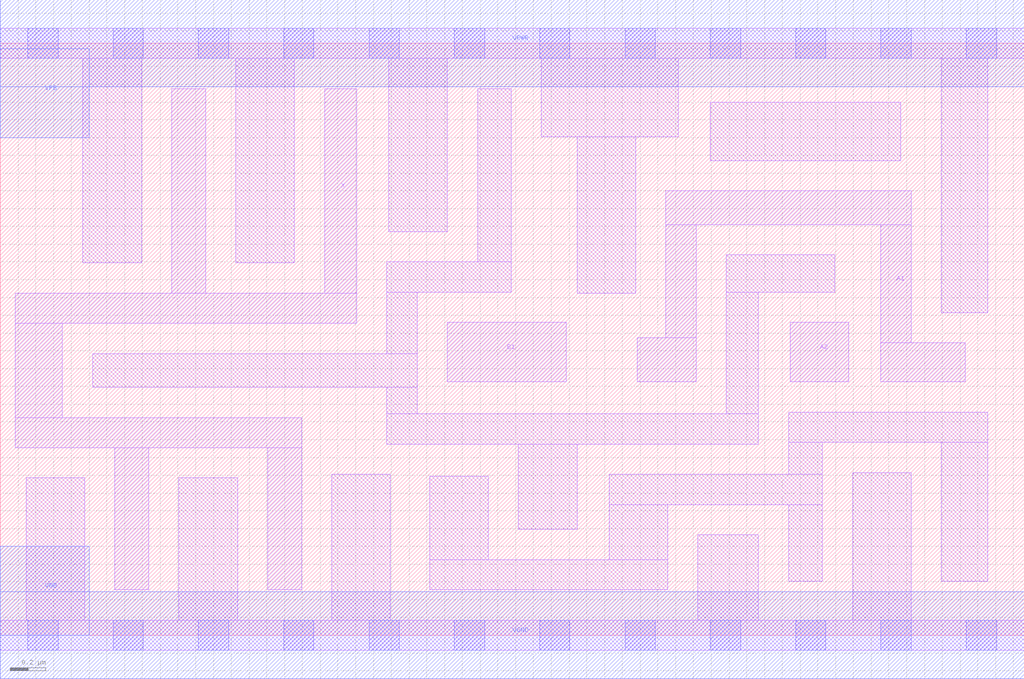
<source format=lef>
# Copyright 2020 The SkyWater PDK Authors
#
# Licensed under the Apache License, Version 2.0 (the "License");
# you may not use this file except in compliance with the License.
# You may obtain a copy of the License at
#
#     https://www.apache.org/licenses/LICENSE-2.0
#
# Unless required by applicable law or agreed to in writing, software
# distributed under the License is distributed on an "AS IS" BASIS,
# WITHOUT WARRANTIES OR CONDITIONS OF ANY KIND, either express or implied.
# See the License for the specific language governing permissions and
# limitations under the License.
#
# SPDX-License-Identifier: Apache-2.0

VERSION 5.5 ;
NAMESCASESENSITIVE ON ;
BUSBITCHARS "[]" ;
DIVIDERCHAR "/" ;
MACRO sky130_fd_sc_lp__o21a_4
  CLASS CORE ;
  SOURCE USER ;
  ORIGIN  0.000000  0.000000 ;
  SIZE  5.760000 BY  3.330000 ;
  SYMMETRY X Y R90 ;
  SITE unit ;
  PIN A1
    ANTENNAGATEAREA  0.630000 ;
    DIRECTION INPUT ;
    USE SIGNAL ;
    PORT
      LAYER li1 ;
        RECT 3.585000 1.425000 3.915000 1.675000 ;
        RECT 3.745000 1.675000 3.915000 2.310000 ;
        RECT 3.745000 2.310000 5.125000 2.500000 ;
        RECT 4.955000 1.425000 5.430000 1.645000 ;
        RECT 4.955000 1.645000 5.125000 2.310000 ;
    END
  END A1
  PIN A2
    ANTENNAGATEAREA  0.630000 ;
    DIRECTION INPUT ;
    USE SIGNAL ;
    PORT
      LAYER li1 ;
        RECT 4.445000 1.425000 4.775000 1.760000 ;
    END
  END A2
  PIN B1
    ANTENNAGATEAREA  0.630000 ;
    DIRECTION INPUT ;
    USE SIGNAL ;
    PORT
      LAYER li1 ;
        RECT 2.515000 1.425000 3.185000 1.760000 ;
    END
  END B1
  PIN X
    ANTENNADIFFAREA  1.176000 ;
    DIRECTION OUTPUT ;
    USE SIGNAL ;
    PORT
      LAYER li1 ;
        RECT 0.085000 1.055000 1.695000 1.225000 ;
        RECT 0.085000 1.225000 0.350000 1.755000 ;
        RECT 0.085000 1.755000 2.005000 1.925000 ;
        RECT 0.645000 0.255000 0.835000 1.055000 ;
        RECT 0.965000 1.925000 1.155000 3.075000 ;
        RECT 1.505000 0.255000 1.695000 1.055000 ;
        RECT 1.825000 1.925000 2.005000 3.075000 ;
    END
  END X
  PIN VGND
    DIRECTION INOUT ;
    USE GROUND ;
    PORT
      LAYER met1 ;
        RECT 0.000000 -0.245000 5.760000 0.245000 ;
    END
  END VGND
  PIN VNB
    DIRECTION INOUT ;
    USE GROUND ;
    PORT
      LAYER met1 ;
        RECT 0.000000 0.000000 0.500000 0.500000 ;
    END
  END VNB
  PIN VPB
    DIRECTION INOUT ;
    USE POWER ;
    PORT
      LAYER met1 ;
        RECT 0.000000 2.800000 0.500000 3.300000 ;
    END
  END VPB
  PIN VPWR
    DIRECTION INOUT ;
    USE POWER ;
    PORT
      LAYER met1 ;
        RECT 0.000000 3.085000 5.760000 3.575000 ;
    END
  END VPWR
  OBS
    LAYER li1 ;
      RECT 0.000000 -0.085000 5.760000 0.085000 ;
      RECT 0.000000  3.245000 5.760000 3.415000 ;
      RECT 0.145000  0.085000 0.475000 0.885000 ;
      RECT 0.465000  2.095000 0.795000 3.245000 ;
      RECT 0.520000  1.395000 2.345000 1.585000 ;
      RECT 1.005000  0.085000 1.335000 0.885000 ;
      RECT 1.325000  2.095000 1.655000 3.245000 ;
      RECT 1.865000  0.085000 2.195000 0.905000 ;
      RECT 2.175000  1.075000 4.265000 1.245000 ;
      RECT 2.175000  1.245000 2.345000 1.395000 ;
      RECT 2.175000  1.585000 2.345000 1.930000 ;
      RECT 2.175000  1.930000 2.875000 2.100000 ;
      RECT 2.185000  2.270000 2.515000 3.245000 ;
      RECT 2.415000  0.255000 3.755000 0.425000 ;
      RECT 2.415000  0.425000 2.745000 0.895000 ;
      RECT 2.685000  2.100000 2.875000 3.075000 ;
      RECT 2.915000  0.595000 3.245000 1.075000 ;
      RECT 3.045000  2.805000 3.815000 3.245000 ;
      RECT 3.245000  1.925000 3.575000 2.805000 ;
      RECT 3.425000  0.425000 3.755000 0.735000 ;
      RECT 3.425000  0.735000 4.625000 0.905000 ;
      RECT 3.925000  0.085000 4.265000 0.565000 ;
      RECT 3.995000  2.670000 5.065000 3.000000 ;
      RECT 4.085000  1.245000 4.265000 1.930000 ;
      RECT 4.085000  1.930000 4.695000 2.140000 ;
      RECT 4.435000  0.305000 4.625000 0.735000 ;
      RECT 4.435000  0.905000 4.625000 1.085000 ;
      RECT 4.435000  1.085000 5.555000 1.255000 ;
      RECT 4.795000  0.085000 5.125000 0.915000 ;
      RECT 5.295000  0.305000 5.555000 1.085000 ;
      RECT 5.295000  1.815000 5.555000 3.245000 ;
    LAYER mcon ;
      RECT 0.155000 -0.085000 0.325000 0.085000 ;
      RECT 0.155000  3.245000 0.325000 3.415000 ;
      RECT 0.635000 -0.085000 0.805000 0.085000 ;
      RECT 0.635000  3.245000 0.805000 3.415000 ;
      RECT 1.115000 -0.085000 1.285000 0.085000 ;
      RECT 1.115000  3.245000 1.285000 3.415000 ;
      RECT 1.595000 -0.085000 1.765000 0.085000 ;
      RECT 1.595000  3.245000 1.765000 3.415000 ;
      RECT 2.075000 -0.085000 2.245000 0.085000 ;
      RECT 2.075000  3.245000 2.245000 3.415000 ;
      RECT 2.555000 -0.085000 2.725000 0.085000 ;
      RECT 2.555000  3.245000 2.725000 3.415000 ;
      RECT 3.035000 -0.085000 3.205000 0.085000 ;
      RECT 3.035000  3.245000 3.205000 3.415000 ;
      RECT 3.515000 -0.085000 3.685000 0.085000 ;
      RECT 3.515000  3.245000 3.685000 3.415000 ;
      RECT 3.995000 -0.085000 4.165000 0.085000 ;
      RECT 3.995000  3.245000 4.165000 3.415000 ;
      RECT 4.475000 -0.085000 4.645000 0.085000 ;
      RECT 4.475000  3.245000 4.645000 3.415000 ;
      RECT 4.955000 -0.085000 5.125000 0.085000 ;
      RECT 4.955000  3.245000 5.125000 3.415000 ;
      RECT 5.435000 -0.085000 5.605000 0.085000 ;
      RECT 5.435000  3.245000 5.605000 3.415000 ;
  END
END sky130_fd_sc_lp__o21a_4
END LIBRARY

</source>
